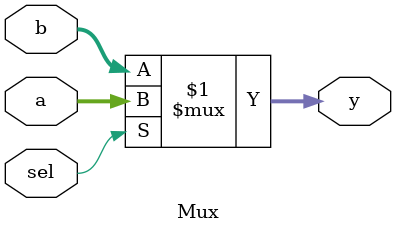
<source format=v>
`timescale 1ns / 1ps

module Mux(
	output wire [31:0] y, 
	input  wire [31:0] a, b, 
	input  wire sel
   );
	
	assign y = sel ? a: b;

endmodule

</source>
